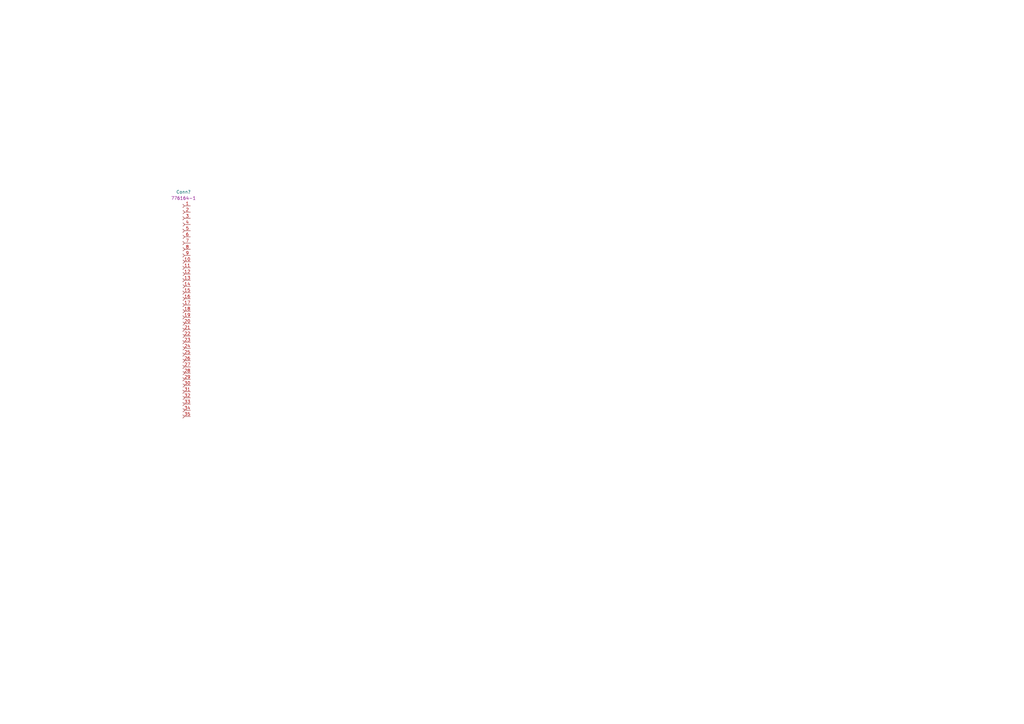
<source format=kicad_sch>
(kicad_sch (version 20230121) (generator eeschema)
  (paper "A3")
  (lib_symbols
    (symbol "Connectors_SUFST:J1 Inverter Connector"
      (property "Reference" "Conn" (at 0 0.635 0))
      (property "P/N" "776164-1" (at -0.635 4.445 0))
      (symbol "J1 Inverter Connector_0_1"
        (arc (start -2.5368 -88.9007) (mid -1.9833 -88.2663) (end -2.5355 -87.6307))
        (arc (start -2.5368 -83.8207) (mid -1.9833 -83.1863) (end -2.5355 -82.5507))
        (arc (start -2.5368 -78.7407) (mid -1.9833 -78.1063) (end -2.5355 -77.4707))
        (arc (start -2.5368 -73.6607) (mid -1.9833 -73.0263) (end -2.5355 -72.3907))
        (arc (start -2.5368 -68.5807) (mid -1.9833 -67.9463) (end -2.5355 -67.3107))
        (arc (start -2.5368 -63.5007) (mid -1.9833 -62.8663) (end -2.5355 -62.2307))
        (arc (start -2.5368 -58.4207) (mid -1.9833 -57.7863) (end -2.5355 -57.1507))
        (arc (start -2.5368 -53.3407) (mid -1.9833 -52.7063) (end -2.5355 -52.0707))
        (arc (start -2.5368 -48.2607) (mid -1.9833 -47.6263) (end -2.5355 -46.9907))
        (arc (start -2.5368 -43.1807) (mid -1.9833 -42.5463) (end -2.5355 -41.9107))
        (arc (start -2.5368 -38.1007) (mid -1.9833 -37.4663) (end -2.5355 -36.8307))
        (arc (start -2.5368 -33.0207) (mid -1.9833 -32.3863) (end -2.5355 -31.7507))
        (arc (start -2.5368 -27.9407) (mid -1.9833 -27.3063) (end -2.5355 -26.6707))
        (arc (start -2.5368 -22.8607) (mid -1.9833 -22.2263) (end -2.5355 -21.5907))
        (arc (start -2.5368 -17.7807) (mid -1.9833 -17.1463) (end -2.5355 -16.5107))
        (arc (start -2.5368 -12.7007) (mid -1.9833 -12.0663) (end -2.5355 -11.4307))
        (arc (start -2.5368 -7.6207) (mid -1.9833 -6.9863) (end -2.5355 -6.3507))
        (arc (start -2.5368 -2.5407) (mid -1.9833 -1.9063) (end -2.5355 -1.2707))
        (arc (start -2.4524 -86.3601) (mid -1.8989 -85.7257) (end -2.4511 -85.0901))
        (arc (start -2.4524 -81.2801) (mid -1.8989 -80.6457) (end -2.4511 -80.0101))
        (arc (start -2.4524 -76.2001) (mid -1.8989 -75.5657) (end -2.4511 -74.9301))
        (arc (start -2.4524 -71.1201) (mid -1.8989 -70.4857) (end -2.4511 -69.8501))
        (arc (start -2.4524 -66.0401) (mid -1.8989 -65.4057) (end -2.4511 -64.7701))
        (arc (start -2.4524 -60.9601) (mid -1.8989 -60.3257) (end -2.4511 -59.6901))
        (arc (start -2.4524 -55.8801) (mid -1.8989 -55.2457) (end -2.4511 -54.6101))
        (arc (start -2.4524 -50.8001) (mid -1.8989 -50.1657) (end -2.4511 -49.5301))
        (arc (start -2.4524 -45.7201) (mid -1.8989 -45.0857) (end -2.4511 -44.4501))
        (arc (start -2.4524 -40.6401) (mid -1.8989 -40.0057) (end -2.4511 -39.3701))
        (arc (start -2.4524 -35.5601) (mid -1.8989 -34.9257) (end -2.4511 -34.2901))
        (arc (start -2.4524 -30.4801) (mid -1.8989 -29.8457) (end -2.4511 -29.2101))
        (arc (start -2.4524 -25.4001) (mid -1.8989 -24.7657) (end -2.4511 -24.1301))
        (arc (start -2.4524 -20.3201) (mid -1.8989 -19.6857) (end -2.4511 -19.0501))
        (arc (start -2.4524 -15.2401) (mid -1.8989 -14.6057) (end -2.4511 -13.9701))
        (arc (start -2.4524 -10.1601) (mid -1.8989 -9.5257) (end -2.4511 -8.8901))
        (arc (start -2.4524 -5.0801) (mid -1.8989 -4.4457) (end -2.4511 -3.8101))
      )
      (symbol "J1 Inverter Connector_1_1"
        (pin input line (at 0.635 -1.905 180) (length 2.54) (name "") (number "1"))
        (pin input line (at 0.635 -24.765 180) (length 2.54) (name "") (number "10"))
        (pin input line (at 0.635 -27.305 180) (length 2.54) (name "") (number "11"))
        (pin input line (at 0.635 -29.845 180) (length 2.54) (name "") (number "12"))
        (pin input line (at 0.635 -32.385 180) (length 2.54) (name "") (number "13"))
        (pin input line (at 0.635 -34.925 180) (length 2.54) (name "") (number "14"))
        (pin input line (at 0.635 -37.465 180) (length 2.54) (name "") (number "15"))
        (pin input line (at 0.635 -40.005 180) (length 2.54) (name "") (number "16"))
        (pin input line (at 0.635 -42.545 180) (length 2.54) (name "") (number "17"))
        (pin input line (at 0.635 -45.085 180) (length 2.54) (name "") (number "18"))
        (pin input line (at 0.635 -47.625 180) (length 2.54) (name "") (number "19"))
        (pin input line (at 0.635 -4.445 180) (length 2.54) (name "") (number "2"))
        (pin input line (at 0.635 -50.165 180) (length 2.54) (name "") (number "20"))
        (pin input line (at 0.635 -52.705 180) (length 2.54) (name "") (number "21"))
        (pin input line (at 0.635 -55.245 180) (length 2.54) (name "") (number "22"))
        (pin input line (at 0.635 -57.785 180) (length 2.54) (name "") (number "23"))
        (pin input line (at 0.635 -60.325 180) (length 2.54) (name "") (number "24"))
        (pin input line (at 0.635 -62.865 180) (length 2.54) (name "") (number "25"))
        (pin input line (at 0.635 -65.405 180) (length 2.54) (name "") (number "26"))
        (pin input line (at 0.635 -67.945 180) (length 2.54) (name "") (number "27"))
        (pin input line (at 0.635 -70.485 180) (length 2.54) (name "") (number "28"))
        (pin input line (at 0.635 -73.025 180) (length 2.54) (name "") (number "29"))
        (pin input line (at 0.635 -6.985 180) (length 2.54) (name "") (number "3"))
        (pin input line (at 0.635 -75.565 180) (length 2.54) (name "") (number "30"))
        (pin input line (at 0.635 -78.105 180) (length 2.54) (name "") (number "31"))
        (pin input line (at 0.635 -80.645 180) (length 2.54) (name "") (number "32"))
        (pin input line (at 0.635 -83.185 180) (length 2.54) (name "") (number "33"))
        (pin input line (at 0.635 -85.725 180) (length 2.54) (name "") (number "34"))
        (pin input line (at 0.635 -88.265 180) (length 2.54) (name "") (number "35"))
        (pin input line (at 0.635 -9.525 180) (length 2.54) (name "") (number "4"))
        (pin input line (at 0.635 -12.065 180) (length 2.54) (name "") (number "5"))
        (pin input line (at 0.635 -14.605 180) (length 2.54) (name "") (number "6"))
        (pin input line (at 0.635 -17.145 180) (length 2.54) (name "") (number "7"))
        (pin input line (at 0.635 -19.685 180) (length 2.54) (name "") (number "8"))
        (pin input line (at 0.635 -22.225 180) (length 2.54) (name "") (number "9"))
      )
    )
  )
  (symbol (lib_id "Connectors_SUFST:J1 Inverter Connector") (at 77.47 82.55 0) (unit 1)
    (property "Reference" "Conn?" (at 75.2521 78.74 0))
    (property "Value" "J1 Inverter Connector" (effects hide))
    (property "P/N" "776164-1" (at 75.2521 81.28 0))
  )
)
</source>
